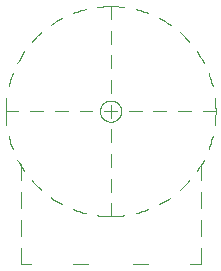
<source format=gbo>
G75*
%MOIN*%
%OFA0B0*%
%FSLAX25Y25*%
%IPPOS*%
%LPD*%
%AMOC8*
5,1,8,0,0,1.08239X$1,22.5*
%
%ADD10C,0.00200*%
%ADD11C,0.00250*%
D10*
X0021000Y0270800D02*
X0024500Y0270800D01*
X0021000Y0270800D02*
X0021000Y0276222D01*
X0021000Y0280159D02*
X0021000Y0285581D01*
X0021000Y0289519D02*
X0021000Y0294941D01*
X0021000Y0298878D02*
X0021000Y0304300D01*
X0020278Y0321800D02*
X0016000Y0321800D01*
X0024215Y0321800D02*
X0028493Y0321800D01*
X0032430Y0321800D02*
X0036709Y0321800D01*
X0040646Y0321800D02*
X0044924Y0321800D01*
X0048861Y0321800D02*
X0053139Y0321800D01*
X0084993Y0330135D02*
X0084807Y0330858D01*
X0084607Y0331577D01*
X0084390Y0332292D01*
X0084159Y0333002D01*
X0083913Y0333707D01*
X0083651Y0334406D01*
X0081722Y0321800D02*
X0086000Y0321800D01*
X0077785Y0321800D02*
X0073507Y0321800D01*
X0069570Y0321800D02*
X0065291Y0321800D01*
X0061354Y0321800D02*
X0057076Y0321800D01*
X0077281Y0344915D02*
X0076782Y0345471D01*
X0076271Y0346015D01*
X0075749Y0346549D01*
X0075215Y0347071D01*
X0074671Y0347582D01*
X0074115Y0348081D01*
X0051000Y0348585D02*
X0051000Y0344307D01*
X0051000Y0340370D02*
X0051000Y0336091D01*
X0051000Y0332154D02*
X0051000Y0327876D01*
X0051000Y0323939D02*
X0051000Y0319661D01*
X0042664Y0287807D02*
X0041941Y0287993D01*
X0041222Y0288194D01*
X0040508Y0288410D01*
X0039798Y0288641D01*
X0039093Y0288888D01*
X0038394Y0289149D01*
X0051000Y0291078D02*
X0051000Y0286800D01*
X0051000Y0295015D02*
X0051000Y0299293D01*
X0051000Y0303230D02*
X0051000Y0307509D01*
X0051000Y0311446D02*
X0051000Y0315724D01*
X0059336Y0287807D02*
X0060059Y0287993D01*
X0060778Y0288194D01*
X0061492Y0288410D01*
X0062202Y0288641D01*
X0062907Y0288888D01*
X0063606Y0289149D01*
X0063500Y0270800D02*
X0058500Y0270800D01*
X0081000Y0270800D02*
X0081000Y0276222D01*
X0081000Y0280159D02*
X0081000Y0285581D01*
X0081000Y0289519D02*
X0081000Y0294941D01*
X0081000Y0298878D02*
X0081000Y0304300D01*
X0082030Y0337991D02*
X0081677Y0338649D01*
X0081311Y0339300D01*
X0080931Y0339942D01*
X0080537Y0340577D01*
X0080130Y0341202D01*
X0079709Y0341819D01*
X0051000Y0352522D02*
X0051000Y0356800D01*
X0059335Y0355793D02*
X0060058Y0355607D01*
X0060777Y0355407D01*
X0061492Y0355190D01*
X0062202Y0354959D01*
X0062907Y0354713D01*
X0063606Y0354451D01*
X0085714Y0326267D02*
X0085801Y0325525D01*
X0085873Y0324782D01*
X0085928Y0324038D01*
X0085968Y0323292D01*
X0085992Y0322546D01*
X0086000Y0321800D01*
X0055467Y0356514D02*
X0054725Y0356601D01*
X0053982Y0356673D01*
X0053238Y0356728D01*
X0052492Y0356768D01*
X0051746Y0356792D01*
X0051000Y0356800D01*
X0042665Y0355793D02*
X0041942Y0355607D01*
X0041223Y0355407D01*
X0040508Y0355190D01*
X0039798Y0354959D01*
X0039093Y0354713D01*
X0038394Y0354451D01*
X0027885Y0348081D02*
X0027329Y0347582D01*
X0026785Y0347071D01*
X0026251Y0346549D01*
X0025729Y0346015D01*
X0025218Y0345471D01*
X0024719Y0344915D01*
X0018349Y0334406D02*
X0018087Y0333707D01*
X0017841Y0333002D01*
X0017610Y0332292D01*
X0017393Y0331577D01*
X0017193Y0330858D01*
X0017007Y0330135D01*
X0046533Y0356514D02*
X0047275Y0356601D01*
X0048018Y0356673D01*
X0048762Y0356728D01*
X0049508Y0356768D01*
X0050254Y0356792D01*
X0051000Y0356800D01*
X0067191Y0352830D02*
X0067849Y0352477D01*
X0068500Y0352111D01*
X0069142Y0351731D01*
X0069777Y0351337D01*
X0070402Y0350930D01*
X0071019Y0350509D01*
X0034809Y0352830D02*
X0034151Y0352477D01*
X0033500Y0352111D01*
X0032858Y0351731D01*
X0032223Y0351337D01*
X0031598Y0350930D01*
X0030981Y0350509D01*
X0016286Y0326267D02*
X0016199Y0325525D01*
X0016127Y0324782D01*
X0016072Y0324038D01*
X0016032Y0323292D01*
X0016008Y0322546D01*
X0016000Y0321800D01*
X0019970Y0337991D02*
X0020323Y0338649D01*
X0020689Y0339300D01*
X0021069Y0339942D01*
X0021463Y0340577D01*
X0021870Y0341202D01*
X0022291Y0341819D01*
X0017007Y0313464D02*
X0017193Y0312741D01*
X0017394Y0312022D01*
X0017610Y0311308D01*
X0017841Y0310598D01*
X0018088Y0309893D01*
X0018349Y0309194D01*
X0079709Y0301781D02*
X0080130Y0302398D01*
X0080537Y0303023D01*
X0080931Y0303657D01*
X0081311Y0304300D01*
X0081677Y0304950D01*
X0082030Y0305609D01*
X0022291Y0301781D02*
X0021870Y0302398D01*
X0021463Y0303023D01*
X0021069Y0303657D01*
X0020689Y0304300D01*
X0020323Y0304950D01*
X0019970Y0305609D01*
X0051000Y0286800D02*
X0051747Y0286808D01*
X0052493Y0286832D01*
X0053238Y0286872D01*
X0053983Y0286927D01*
X0054726Y0286999D01*
X0055467Y0287086D01*
X0047465Y0321800D02*
X0047467Y0321919D01*
X0047473Y0322037D01*
X0047483Y0322156D01*
X0047497Y0322274D01*
X0047515Y0322391D01*
X0047537Y0322508D01*
X0047562Y0322624D01*
X0047592Y0322739D01*
X0047625Y0322853D01*
X0047663Y0322966D01*
X0047704Y0323077D01*
X0047748Y0323187D01*
X0047797Y0323295D01*
X0047849Y0323402D01*
X0047905Y0323507D01*
X0047964Y0323610D01*
X0048026Y0323711D01*
X0048092Y0323810D01*
X0048161Y0323907D01*
X0048234Y0324001D01*
X0048309Y0324092D01*
X0048388Y0324182D01*
X0048469Y0324268D01*
X0048553Y0324352D01*
X0048641Y0324432D01*
X0048730Y0324510D01*
X0048823Y0324585D01*
X0048917Y0324656D01*
X0049015Y0324725D01*
X0049114Y0324790D01*
X0049215Y0324851D01*
X0049319Y0324910D01*
X0049424Y0324964D01*
X0049532Y0325016D01*
X0049640Y0325063D01*
X0049751Y0325107D01*
X0049863Y0325147D01*
X0049976Y0325183D01*
X0050090Y0325216D01*
X0050205Y0325244D01*
X0050321Y0325269D01*
X0050438Y0325290D01*
X0050556Y0325307D01*
X0050674Y0325320D01*
X0050792Y0325329D01*
X0050911Y0325334D01*
X0051030Y0325335D01*
X0051148Y0325332D01*
X0051267Y0325325D01*
X0051385Y0325314D01*
X0051503Y0325299D01*
X0051620Y0325280D01*
X0051737Y0325257D01*
X0051853Y0325231D01*
X0051967Y0325200D01*
X0052081Y0325166D01*
X0052194Y0325127D01*
X0052305Y0325085D01*
X0052414Y0325040D01*
X0052522Y0324990D01*
X0052629Y0324937D01*
X0052733Y0324881D01*
X0052836Y0324821D01*
X0052936Y0324758D01*
X0053034Y0324691D01*
X0053130Y0324621D01*
X0053224Y0324548D01*
X0053315Y0324472D01*
X0053403Y0324392D01*
X0053489Y0324310D01*
X0053572Y0324225D01*
X0053652Y0324137D01*
X0053729Y0324047D01*
X0053803Y0323954D01*
X0053874Y0323859D01*
X0053941Y0323761D01*
X0054006Y0323661D01*
X0054066Y0323559D01*
X0054124Y0323455D01*
X0054178Y0323349D01*
X0054228Y0323241D01*
X0054274Y0323132D01*
X0054317Y0323021D01*
X0054356Y0322909D01*
X0054392Y0322796D01*
X0054423Y0322681D01*
X0054451Y0322566D01*
X0054475Y0322450D01*
X0054495Y0322332D01*
X0054511Y0322215D01*
X0054523Y0322097D01*
X0054531Y0321978D01*
X0054535Y0321859D01*
X0054535Y0321741D01*
X0054531Y0321622D01*
X0054523Y0321503D01*
X0054511Y0321385D01*
X0054495Y0321268D01*
X0054475Y0321150D01*
X0054451Y0321034D01*
X0054423Y0320919D01*
X0054392Y0320804D01*
X0054356Y0320691D01*
X0054317Y0320579D01*
X0054274Y0320468D01*
X0054228Y0320359D01*
X0054178Y0320251D01*
X0054124Y0320145D01*
X0054066Y0320041D01*
X0054006Y0319939D01*
X0053941Y0319839D01*
X0053874Y0319741D01*
X0053803Y0319646D01*
X0053729Y0319553D01*
X0053652Y0319463D01*
X0053572Y0319375D01*
X0053489Y0319290D01*
X0053403Y0319208D01*
X0053315Y0319128D01*
X0053224Y0319052D01*
X0053130Y0318979D01*
X0053034Y0318909D01*
X0052936Y0318842D01*
X0052836Y0318779D01*
X0052733Y0318719D01*
X0052629Y0318663D01*
X0052522Y0318610D01*
X0052414Y0318560D01*
X0052305Y0318515D01*
X0052194Y0318473D01*
X0052081Y0318434D01*
X0051967Y0318400D01*
X0051853Y0318369D01*
X0051737Y0318343D01*
X0051620Y0318320D01*
X0051503Y0318301D01*
X0051385Y0318286D01*
X0051267Y0318275D01*
X0051148Y0318268D01*
X0051030Y0318265D01*
X0050911Y0318266D01*
X0050792Y0318271D01*
X0050674Y0318280D01*
X0050556Y0318293D01*
X0050438Y0318310D01*
X0050321Y0318331D01*
X0050205Y0318356D01*
X0050090Y0318384D01*
X0049976Y0318417D01*
X0049863Y0318453D01*
X0049751Y0318493D01*
X0049640Y0318537D01*
X0049532Y0318584D01*
X0049424Y0318636D01*
X0049319Y0318690D01*
X0049215Y0318749D01*
X0049114Y0318810D01*
X0049015Y0318875D01*
X0048917Y0318944D01*
X0048823Y0319015D01*
X0048730Y0319090D01*
X0048641Y0319168D01*
X0048553Y0319248D01*
X0048469Y0319332D01*
X0048388Y0319418D01*
X0048309Y0319508D01*
X0048234Y0319599D01*
X0048161Y0319693D01*
X0048092Y0319790D01*
X0048026Y0319889D01*
X0047964Y0319990D01*
X0047905Y0320093D01*
X0047849Y0320198D01*
X0047797Y0320305D01*
X0047748Y0320413D01*
X0047704Y0320523D01*
X0047663Y0320634D01*
X0047625Y0320747D01*
X0047592Y0320861D01*
X0047562Y0320976D01*
X0047537Y0321092D01*
X0047515Y0321209D01*
X0047497Y0321326D01*
X0047483Y0321444D01*
X0047473Y0321563D01*
X0047467Y0321681D01*
X0047465Y0321800D01*
X0085714Y0317333D02*
X0085801Y0318074D01*
X0085873Y0318817D01*
X0085928Y0319562D01*
X0085968Y0320307D01*
X0085992Y0321053D01*
X0086000Y0321800D01*
X0051000Y0286800D02*
X0050253Y0286808D01*
X0049507Y0286832D01*
X0048762Y0286872D01*
X0048017Y0286927D01*
X0047274Y0286999D01*
X0046533Y0287086D01*
X0027885Y0295519D02*
X0027329Y0296018D01*
X0026785Y0296529D01*
X0026251Y0297051D01*
X0025729Y0297585D01*
X0025218Y0298129D01*
X0024719Y0298685D01*
X0074115Y0295519D02*
X0074671Y0296018D01*
X0075215Y0296529D01*
X0075749Y0297051D01*
X0076271Y0297585D01*
X0076782Y0298129D01*
X0077281Y0298685D01*
X0016286Y0317333D02*
X0016199Y0318074D01*
X0016127Y0318817D01*
X0016072Y0319562D01*
X0016032Y0320307D01*
X0016008Y0321053D01*
X0016000Y0321800D01*
X0067191Y0290770D02*
X0067850Y0291123D01*
X0068500Y0291489D01*
X0069143Y0291869D01*
X0069777Y0292263D01*
X0070402Y0292670D01*
X0071019Y0293091D01*
X0034809Y0290770D02*
X0034150Y0291123D01*
X0033500Y0291489D01*
X0032857Y0291869D01*
X0032223Y0292263D01*
X0031598Y0292670D01*
X0030981Y0293091D01*
X0083651Y0309194D02*
X0083912Y0309893D01*
X0084159Y0310598D01*
X0084390Y0311308D01*
X0084606Y0312022D01*
X0084807Y0312741D01*
X0084993Y0313464D01*
D11*
X0081000Y0270800D02*
X0077500Y0270800D01*
X0043500Y0270800D02*
X0038500Y0270800D01*
M02*

</source>
